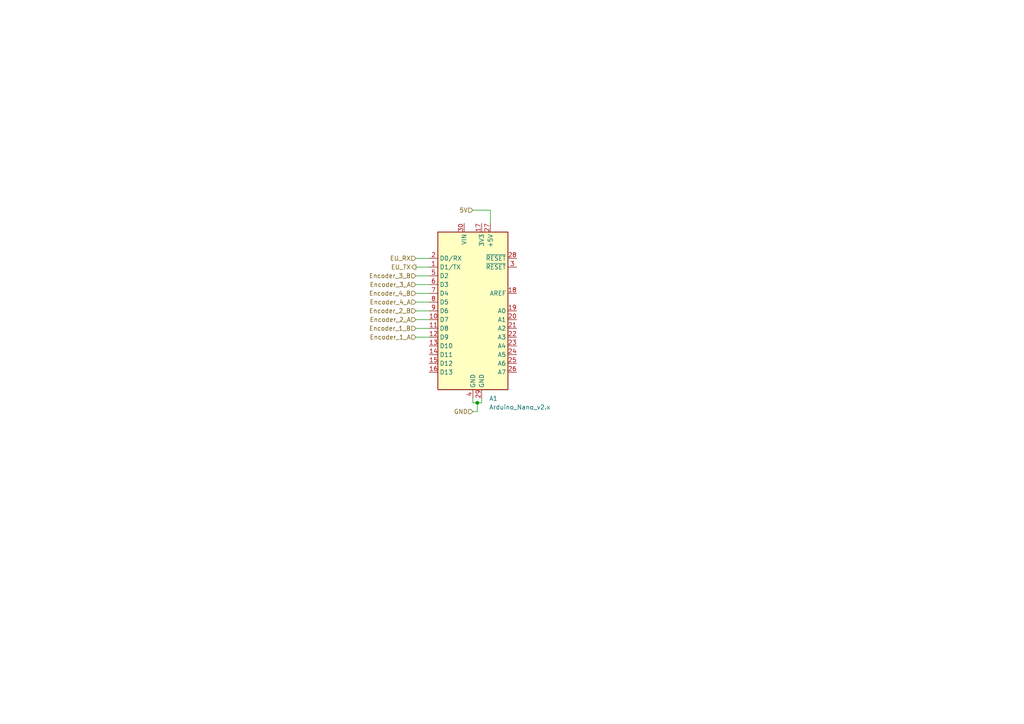
<source format=kicad_sch>
(kicad_sch (version 20250114) (generator "eeschema") (generator_version "9.0")
  (paper "A4")
  (lib_symbols
    (symbol "MCU_Module:Arduino_Nano_v2.x"
      (property "Reference" "A" (at -10.16 23.495 0))
      (property "Value" "Arduino_Nano_v2.x" (at 5.08 -24.13 0))
      (symbol "Arduino_Nano_v2.x_0_1"
        (rectangle (start -10.16 22.86) (end 10.16 -22.86) (stroke (width 0.254)) (fill (type background)))
      )
      (symbol "Arduino_Nano_v2.x_1_1"
        (pin bidirectional line (at -12.7 15.24 0) (length 2.54) (name "D0/RX") (number "2"))
        (pin bidirectional line (at -12.7 12.7 0) (length 2.54) (name "D1/TX") (number "1"))
        (pin bidirectional line (at -12.7 10.16 0) (length 2.54) (name "D2") (number "5"))
        (pin bidirectional line (at -12.7 7.62 0) (length 2.54) (name "D3") (number "6"))
        (pin bidirectional line (at -12.7 5.08 0) (length 2.54) (name "D4") (number "7"))
        (pin bidirectional line (at -12.7 2.54 0) (length 2.54) (name "D5") (number "8"))
        (pin bidirectional line (at -12.7 0 0) (length 2.54) (name "D6") (number "9"))
        (pin bidirectional line (at -12.7 -2.54 0) (length 2.54) (name "D7") (number "10"))
        (pin bidirectional line (at -12.7 -5.08 0) (length 2.54) (name "D8") (number "11"))
        (pin bidirectional line (at -12.7 -7.62 0) (length 2.54) (name "D9") (number "12"))
        (pin bidirectional line (at -12.7 -10.16 0) (length 2.54) (name "D10") (number "13"))
        (pin bidirectional line (at -12.7 -12.7 0) (length 2.54) (name "D11") (number "14"))
        (pin bidirectional line (at -12.7 -15.24 0) (length 2.54) (name "D12") (number "15"))
        (pin bidirectional line (at -12.7 -17.78 0) (length 2.54) (name "D13") (number "16"))
        (pin power_in line (at -2.54 25.4 270) (length 2.54) (name "VIN") (number "30"))
        (pin power_in line (at 0 -25.4 90) (length 2.54) (name "GND") (number "4"))
        (pin power_out line (at 2.54 25.4 270) (length 2.54) (name "3V3") (number "17"))
        (pin power_in line (at 2.54 -25.4 90) (length 2.54) (name "GND") (number "29"))
        (pin power_out line (at 5.08 25.4 270) (length 2.54) (name "+5V") (number "27"))
        (pin input line (at 12.7 15.24 180) (length 2.54) (name "~{RESET}") (number "28"))
        (pin input line (at 12.7 12.7 180) (length 2.54) (name "~{RESET}") (number "3"))
        (pin input line (at 12.7 5.08 180) (length 2.54) (name "AREF") (number "18"))
        (pin bidirectional line (at 12.7 0 180) (length 2.54) (name "A0") (number "19"))
        (pin bidirectional line (at 12.7 -2.54 180) (length 2.54) (name "A1") (number "20"))
        (pin bidirectional line (at 12.7 -5.08 180) (length 2.54) (name "A2") (number "21"))
        (pin bidirectional line (at 12.7 -7.62 180) (length 2.54) (name "A3") (number "22"))
        (pin bidirectional line (at 12.7 -10.16 180) (length 2.54) (name "A4") (number "23"))
        (pin bidirectional line (at 12.7 -12.7 180) (length 2.54) (name "A5") (number "24"))
        (pin bidirectional line (at 12.7 -15.24 180) (length 2.54) (name "A6") (number "25"))
        (pin bidirectional line (at 12.7 -17.78 180) (length 2.54) (name "A7") (number "26"))
      )
    )
  )
  (junction (at 138.43 116.84))
  (wire (pts (xy 120.65 87.63) (xy 124.46 87.63)))
  (wire (pts (xy 137.16 60.96) (xy 142.24 60.96)))
  (wire (pts (xy 120.65 74.93) (xy 124.46 74.93)))
  (wire (pts (xy 137.16 116.84) (xy 138.43 116.84)))
  (wire (pts (xy 120.65 77.47) (xy 124.46 77.47)))
  (wire (pts (xy 139.7 116.84) (xy 139.7 115.57)))
  (wire (pts (xy 137.16 115.57) (xy 137.16 116.84)))
  (wire (pts (xy 120.65 82.55) (xy 124.46 82.55)))
  (wire (pts (xy 120.65 90.17) (xy 124.46 90.17)))
  (wire (pts (xy 120.65 95.25) (xy 124.46 95.25)))
  (wire (pts (xy 120.65 80.01) (xy 124.46 80.01)))
  (wire (pts (xy 120.65 97.79) (xy 124.46 97.79)))
  (wire (pts (xy 120.65 85.09) (xy 124.46 85.09)))
  (wire (pts (xy 142.24 60.96) (xy 142.24 64.77)))
  (wire (pts (xy 138.43 116.84) (xy 139.7 116.84)))
  (wire (pts (xy 138.43 119.38) (xy 138.43 116.84)))
  (wire (pts (xy 137.16 119.38) (xy 138.43 119.38)))
  (wire (pts (xy 120.65 92.71) (xy 124.46 92.71)))
  (hierarchical_label "Encoder_2_A" (shape input) (at 120.65 92.71 180))
  (hierarchical_label "GND" (shape input) (at 137.16 119.38 180))
  (hierarchical_label "Encoder_4_B" (shape input) (at 120.65 85.09 180))
  (hierarchical_label "Encoder_1_B" (shape input) (at 120.65 95.25 180))
  (hierarchical_label "Encoder_1_A" (shape input) (at 120.65 97.79 180))
  (hierarchical_label "Encoder_3_A" (shape input) (at 120.65 82.55 180))
  (hierarchical_label "EU_TX" (shape output) (at 120.65 77.47 180))
  (hierarchical_label "EU_RX" (shape input) (at 120.65 74.93 180))
  (hierarchical_label "Encoder_4_A" (shape input) (at 120.65 87.63 180))
  (hierarchical_label "Encoder_3_B" (shape input) (at 120.65 80.01 180))
  (hierarchical_label "5V" (shape input) (at 137.16 60.96 180))
  (hierarchical_label "Encoder_2_B" (shape input) (at 120.65 90.17 180))
  (symbol (lib_id "MCU_Module:Arduino_Nano_v2.x") (at 137.16 90.17 0) (unit 1)
    (property "Reference" "A1" (at 141.8433 115.57 0) (effects (justify left)))
    (property "Value" "Arduino_Nano_v2.x" (at 141.8433 118.11 0) (effects (justify left)))
    (property "Footprint" "Module:Arduino_Nano" (effects (hide yes)))
    (property "Datasheet" "https://www.arduino.cc/en/uploads/Main/ArduinoNanoManual23.pdf" (effects (hide yes)))
    (property "Description" "Arduino Nano v2.x" (effects (hide yes)))
  )
)
</source>
